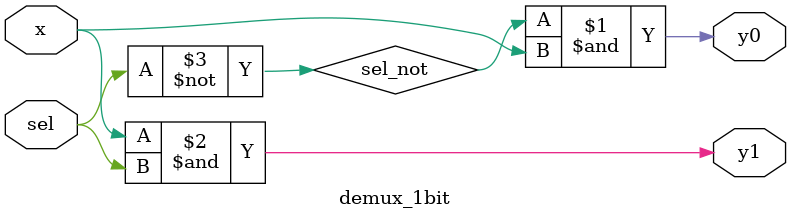
<source format=v>
module demux_1bit(
	input x,
	input sel,
	output y0,
	output y1

);

	wire sel_not;
	
	not not1 (sel_not, sel);
	and and1 (y0, sel_not, x);
	and and2 (y1, x, sel);

endmodule

</source>
